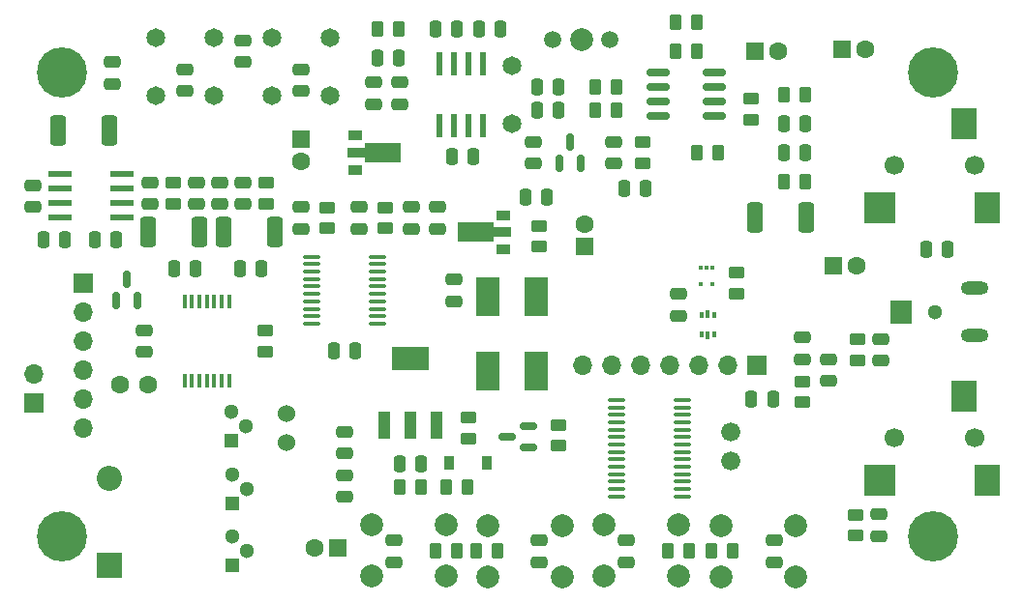
<source format=gbs>
G04 #@! TF.GenerationSoftware,KiCad,Pcbnew,(6.0.5)*
G04 #@! TF.CreationDate,2022-05-23T23:46:22+08:00*
G04 #@! TF.ProjectId,AT Sprint 3B.1,41542053-7072-4696-9e74-2033422e312e,rev?*
G04 #@! TF.SameCoordinates,Original*
G04 #@! TF.FileFunction,Soldermask,Bot*
G04 #@! TF.FilePolarity,Negative*
%FSLAX46Y46*%
G04 Gerber Fmt 4.6, Leading zero omitted, Abs format (unit mm)*
G04 Created by KiCad (PCBNEW (6.0.5)) date 2022-05-23 23:46:22*
%MOMM*%
%LPD*%
G01*
G04 APERTURE LIST*
G04 Aperture macros list*
%AMRoundRect*
0 Rectangle with rounded corners*
0 $1 Rounding radius*
0 $2 $3 $4 $5 $6 $7 $8 $9 X,Y pos of 4 corners*
0 Add a 4 corners polygon primitive as box body*
4,1,4,$2,$3,$4,$5,$6,$7,$8,$9,$2,$3,0*
0 Add four circle primitives for the rounded corners*
1,1,$1+$1,$2,$3*
1,1,$1+$1,$4,$5*
1,1,$1+$1,$6,$7*
1,1,$1+$1,$8,$9*
0 Add four rect primitives between the rounded corners*
20,1,$1+$1,$2,$3,$4,$5,0*
20,1,$1+$1,$4,$5,$6,$7,0*
20,1,$1+$1,$6,$7,$8,$9,0*
20,1,$1+$1,$8,$9,$2,$3,0*%
%AMFreePoly0*
4,1,9,3.862500,-0.866500,0.737500,-0.866500,0.737500,-0.450000,-0.737500,-0.450000,-0.737500,0.450000,0.737500,0.450000,0.737500,0.866500,3.862500,0.866500,3.862500,-0.866500,3.862500,-0.866500,$1*%
G04 Aperture macros list end*
%ADD10R,2.200000X2.200000*%
%ADD11O,2.200000X2.200000*%
%ADD12C,1.651000*%
%ADD13C,1.524000*%
%ADD14C,2.000000*%
%ADD15C,1.676400*%
%ADD16R,1.700000X1.700000*%
%ADD17O,1.700000X1.700000*%
%ADD18C,4.400000*%
%ADD19RoundRect,0.150000X0.150000X-0.587500X0.150000X0.587500X-0.150000X0.587500X-0.150000X-0.587500X0*%
%ADD20R,1.600000X1.600000*%
%ADD21C,1.600000*%
%ADD22RoundRect,0.250000X-0.475000X0.250000X-0.475000X-0.250000X0.475000X-0.250000X0.475000X0.250000X0*%
%ADD23RoundRect,0.250000X0.262500X0.450000X-0.262500X0.450000X-0.262500X-0.450000X0.262500X-0.450000X0*%
%ADD24RoundRect,0.250000X0.475000X-0.250000X0.475000X0.250000X-0.475000X0.250000X-0.475000X-0.250000X0*%
%ADD25RoundRect,0.250000X-0.450000X0.262500X-0.450000X-0.262500X0.450000X-0.262500X0.450000X0.262500X0*%
%ADD26RoundRect,0.250000X0.450000X-0.262500X0.450000X0.262500X-0.450000X0.262500X-0.450000X-0.262500X0*%
%ADD27R,1.300000X0.900000*%
%ADD28FreePoly0,0.000000*%
%ADD29RoundRect,0.250000X-0.250000X-0.475000X0.250000X-0.475000X0.250000X0.475000X-0.250000X0.475000X0*%
%ADD30RoundRect,0.250000X0.250000X0.475000X-0.250000X0.475000X-0.250000X-0.475000X0.250000X-0.475000X0*%
%ADD31R,2.000000X3.500000*%
%ADD32R,0.300000X0.450000*%
%ADD33RoundRect,0.250000X0.425000X1.075000X-0.425000X1.075000X-0.425000X-1.075000X0.425000X-1.075000X0*%
%ADD34RoundRect,0.250000X-0.262500X-0.450000X0.262500X-0.450000X0.262500X0.450000X-0.262500X0.450000X0*%
%ADD35RoundRect,0.150000X-0.825000X-0.150000X0.825000X-0.150000X0.825000X0.150000X-0.825000X0.150000X0*%
%ADD36R,1.300000X1.300000*%
%ADD37C,1.300000*%
%ADD38R,1.900000X2.000000*%
%ADD39O,2.400000X1.200000*%
%ADD40C,1.700000*%
%ADD41R,2.200000X2.800000*%
%ADD42R,2.800000X2.800000*%
%ADD43RoundRect,0.150000X0.587500X0.150000X-0.587500X0.150000X-0.587500X-0.150000X0.587500X-0.150000X0*%
%ADD44RoundRect,0.070000X0.475000X1.075000X-0.475000X1.075000X-0.475000X-1.075000X0.475000X-1.075000X0*%
%ADD45R,3.250000X2.150000*%
%ADD46C,1.500000*%
%ADD47R,0.400000X1.200000*%
%ADD48R,0.600000X2.000000*%
%ADD49R,0.900000X1.200000*%
%ADD50RoundRect,0.100000X0.637500X0.100000X-0.637500X0.100000X-0.637500X-0.100000X0.637500X-0.100000X0*%
%ADD51R,2.000000X0.600000*%
%ADD52R,0.375000X0.500000*%
%ADD53R,0.300000X0.650000*%
%ADD54FreePoly0,180.000000*%
G04 APERTURE END LIST*
D10*
X44196000Y-121920000D03*
D11*
X44196000Y-114300000D03*
D12*
X48260000Y-75692000D03*
X48260000Y-80772000D03*
D13*
X59690000Y-108585000D03*
X59690000Y-111125000D03*
D14*
X87480000Y-122864000D03*
X93980000Y-122864000D03*
X93980000Y-118364000D03*
X87480000Y-118364000D03*
X83820000Y-122936000D03*
X77320000Y-122936000D03*
X83820000Y-118436000D03*
X77320000Y-118436000D03*
X67160000Y-122864000D03*
X73660000Y-122864000D03*
X73660000Y-118364000D03*
X67160000Y-118364000D03*
D12*
X63500000Y-80772000D03*
X63500000Y-75692000D03*
D15*
X98552000Y-110236000D03*
X98552000Y-112776000D03*
D16*
X37592000Y-107696000D03*
D17*
X37592000Y-105156000D03*
D12*
X53340000Y-80772000D03*
X53340000Y-75692000D03*
X79375000Y-78105000D03*
X79375000Y-83185000D03*
D14*
X104215000Y-122900000D03*
X97715000Y-122900000D03*
X104215000Y-118400000D03*
X97715000Y-118400000D03*
D12*
X58420000Y-75692000D03*
X58420000Y-80772000D03*
D18*
X40005000Y-119380000D03*
X40005000Y-78740000D03*
X116205000Y-78740000D03*
X116205000Y-119380000D03*
D19*
X85405000Y-86662500D03*
X83505000Y-86662500D03*
X84455000Y-84787500D03*
D20*
X85725000Y-93980000D03*
D21*
X85725000Y-91980000D03*
D22*
X93980000Y-98110000D03*
X93980000Y-100010000D03*
D23*
X94892500Y-120650000D03*
X93067500Y-120650000D03*
D22*
X60960000Y-90490000D03*
X60960000Y-92390000D03*
D24*
X107061000Y-105725000D03*
X107061000Y-103825000D03*
D25*
X75565000Y-108942500D03*
X75565000Y-110767500D03*
D24*
X88265000Y-86675000D03*
X88265000Y-84775000D03*
D22*
X64770000Y-110175000D03*
X64770000Y-112075000D03*
D26*
X57912000Y-90193500D03*
X57912000Y-88368500D03*
D22*
X37465000Y-88585000D03*
X37465000Y-90485000D03*
X64770000Y-113985000D03*
X64770000Y-115885000D03*
D16*
X100843000Y-104394000D03*
D17*
X98303000Y-104394000D03*
X95763000Y-104394000D03*
X93223000Y-104394000D03*
X90683000Y-104394000D03*
X88143000Y-104394000D03*
X85603000Y-104394000D03*
D24*
X44450000Y-79690000D03*
X44450000Y-77790000D03*
D22*
X102362000Y-119700000D03*
X102362000Y-121600000D03*
D27*
X65660000Y-87225000D03*
D28*
X65747500Y-85725000D03*
D27*
X65660000Y-84225000D03*
D24*
X55880000Y-90231000D03*
X55880000Y-88331000D03*
D29*
X72710000Y-74930000D03*
X74610000Y-74930000D03*
D26*
X90805000Y-86637500D03*
X90805000Y-84812500D03*
D20*
X107502900Y-95631000D03*
D21*
X109502900Y-95631000D03*
D22*
X66040000Y-90490000D03*
X66040000Y-92390000D03*
X69088000Y-119700000D03*
X69088000Y-121600000D03*
X81280000Y-84775000D03*
X81280000Y-86675000D03*
D24*
X47752000Y-90231000D03*
X47752000Y-88331000D03*
D30*
X71435000Y-113030000D03*
X69535000Y-113030000D03*
D24*
X111633000Y-103947000D03*
X111633000Y-102047000D03*
D26*
X109474000Y-119276500D03*
X109474000Y-117451500D03*
X49784000Y-90193500D03*
X49784000Y-88368500D03*
D23*
X74572500Y-120650000D03*
X72747500Y-120650000D03*
X95527500Y-76835000D03*
X93702500Y-76835000D03*
D31*
X81475000Y-98350000D03*
X81475000Y-104850000D03*
X77275000Y-104850000D03*
X77275000Y-98350000D03*
D23*
X69492500Y-74930000D03*
X67667500Y-74930000D03*
D25*
X68326000Y-90527500D03*
X68326000Y-92352500D03*
D22*
X72898000Y-90490000D03*
X72898000Y-92390000D03*
D32*
X95893000Y-95820000D03*
X96393000Y-95820000D03*
X96893000Y-95820000D03*
X96893000Y-97220000D03*
X95893000Y-97220000D03*
D29*
X74107000Y-86106000D03*
X76007000Y-86106000D03*
D33*
X105120000Y-91440000D03*
X100620000Y-91440000D03*
D22*
X111506000Y-117414000D03*
X111506000Y-119314000D03*
D30*
X78420000Y-74930000D03*
X76520000Y-74930000D03*
D24*
X53848000Y-90231000D03*
X53848000Y-88331000D03*
D34*
X95607500Y-85725000D03*
X97432500Y-85725000D03*
D35*
X92140000Y-82550000D03*
X92140000Y-81280000D03*
X92140000Y-80010000D03*
X92140000Y-78740000D03*
X97090000Y-78740000D03*
X97090000Y-80010000D03*
X97090000Y-81280000D03*
X97090000Y-82550000D03*
D23*
X88542500Y-82042000D03*
X86717500Y-82042000D03*
D25*
X57785000Y-101322500D03*
X57785000Y-103147500D03*
D34*
X103227500Y-80645000D03*
X105052500Y-80645000D03*
D25*
X100330000Y-81002500D03*
X100330000Y-82827500D03*
D23*
X75461500Y-115062000D03*
X73636500Y-115062000D03*
D36*
X54885000Y-121920000D03*
D37*
X56155000Y-120650000D03*
X54885000Y-119380000D03*
D33*
X58638000Y-92710000D03*
X54138000Y-92710000D03*
D34*
X86717500Y-80010000D03*
X88542500Y-80010000D03*
D29*
X115636000Y-94234000D03*
X117536000Y-94234000D03*
D37*
X116388000Y-99677000D03*
D38*
X113438000Y-99677000D03*
D39*
X119888000Y-101727000D03*
X119888000Y-97627000D03*
D22*
X81788000Y-119700000D03*
X81788000Y-121600000D03*
D25*
X109601000Y-102084500D03*
X109601000Y-103909500D03*
D40*
X119848000Y-110744000D03*
X112848000Y-110744000D03*
D41*
X118948000Y-107044000D03*
X120948000Y-114444000D03*
D42*
X111548000Y-114444000D03*
D29*
X80584000Y-89662000D03*
X82484000Y-89662000D03*
D24*
X50800000Y-80325000D03*
X50800000Y-78425000D03*
D21*
X47585000Y-106045000D03*
X45085000Y-106045000D03*
D33*
X44160000Y-83820000D03*
X39660000Y-83820000D03*
D30*
X65720000Y-103124000D03*
X63820000Y-103124000D03*
D19*
X46670000Y-98727500D03*
X44770000Y-98727500D03*
X45720000Y-96852500D03*
D26*
X99060000Y-98067500D03*
X99060000Y-96242500D03*
D43*
X80820500Y-109667000D03*
X80820500Y-111567000D03*
X78945500Y-110617000D03*
D22*
X89408000Y-119700000D03*
X89408000Y-121600000D03*
X70612000Y-90490000D03*
X70612000Y-92390000D03*
D29*
X81600000Y-80010000D03*
X83500000Y-80010000D03*
X100345200Y-107289600D03*
X102245200Y-107289600D03*
D44*
X72785000Y-109580000D03*
D45*
X70485000Y-103780000D03*
D44*
X70485000Y-109580000D03*
X68185000Y-109580000D03*
D16*
X41910000Y-97155000D03*
D17*
X41910000Y-99695000D03*
X41910000Y-102235000D03*
X41910000Y-104775000D03*
X41910000Y-107315000D03*
X41910000Y-109855000D03*
D20*
X108264900Y-76708000D03*
D21*
X110264900Y-76708000D03*
D34*
X69572500Y-115062000D03*
X71397500Y-115062000D03*
D14*
X85471000Y-75819000D03*
D46*
X87971000Y-75819000D03*
X82971000Y-75819000D03*
D33*
X52034000Y-92710000D03*
X47534000Y-92710000D03*
D26*
X83439000Y-111402500D03*
X83439000Y-109577500D03*
D24*
X74295000Y-98740000D03*
X74295000Y-96840000D03*
D30*
X105090000Y-85725000D03*
X103190000Y-85725000D03*
D22*
X67310000Y-79568000D03*
X67310000Y-81468000D03*
D20*
X64135000Y-120396000D03*
D21*
X62135000Y-120396000D03*
D24*
X60960000Y-80325000D03*
X60960000Y-78425000D03*
D47*
X50755000Y-98785000D03*
X51405000Y-98785000D03*
X52055000Y-98785000D03*
X52705000Y-98785000D03*
X53355000Y-98785000D03*
X54005000Y-98785000D03*
X54655000Y-98785000D03*
X54655000Y-105685000D03*
X54005000Y-105685000D03*
X53355000Y-105685000D03*
X52705000Y-105685000D03*
X52055000Y-105685000D03*
X51405000Y-105685000D03*
X50755000Y-105685000D03*
D22*
X104775000Y-101920000D03*
X104775000Y-103820000D03*
D40*
X119848000Y-86868000D03*
X112848000Y-86868000D03*
D41*
X118948000Y-83168000D03*
X120948000Y-90568000D03*
D42*
X111548000Y-90568000D03*
D30*
X44765000Y-93345000D03*
X42865000Y-93345000D03*
D48*
X73025000Y-77920000D03*
X74295000Y-77920000D03*
X75565000Y-77920000D03*
X76835000Y-77920000D03*
X76835000Y-83370000D03*
X75565000Y-83370000D03*
X74295000Y-83370000D03*
X73025000Y-83370000D03*
D49*
X73915000Y-112903000D03*
X77215000Y-112903000D03*
D50*
X67632500Y-94865000D03*
X67632500Y-95515000D03*
X67632500Y-96165000D03*
X67632500Y-96815000D03*
X67632500Y-97465000D03*
X67632500Y-98115000D03*
X67632500Y-98765000D03*
X67632500Y-99415000D03*
X67632500Y-100065000D03*
X67632500Y-100715000D03*
X61907500Y-100715000D03*
X61907500Y-100065000D03*
X61907500Y-99415000D03*
X61907500Y-98765000D03*
X61907500Y-98115000D03*
X61907500Y-97465000D03*
X61907500Y-96815000D03*
X61907500Y-96165000D03*
X61907500Y-95515000D03*
X61907500Y-94865000D03*
D30*
X51750000Y-95885000D03*
X49850000Y-95885000D03*
D26*
X104775000Y-107592500D03*
X104775000Y-105767500D03*
D22*
X55880000Y-75885000D03*
X55880000Y-77785000D03*
D30*
X57465000Y-95885000D03*
X55565000Y-95885000D03*
D34*
X76303500Y-120650000D03*
X78128500Y-120650000D03*
X96877500Y-120650000D03*
X98702500Y-120650000D03*
D30*
X105090000Y-83185000D03*
X103190000Y-83185000D03*
D51*
X39820000Y-91440000D03*
X39820000Y-90170000D03*
X39820000Y-88900000D03*
X39820000Y-87630000D03*
X45270000Y-87630000D03*
X45270000Y-88900000D03*
X45270000Y-90170000D03*
X45270000Y-91440000D03*
D36*
X54864000Y-110998000D03*
D37*
X56134000Y-109728000D03*
X54864000Y-108458000D03*
D34*
X93702500Y-74295000D03*
X95527500Y-74295000D03*
D30*
X69530000Y-77470000D03*
X67630000Y-77470000D03*
D20*
X60960000Y-84515888D03*
D21*
X60960000Y-86515888D03*
D29*
X89220000Y-88900000D03*
X91120000Y-88900000D03*
D22*
X69596000Y-79568000D03*
X69596000Y-81468000D03*
D36*
X54885000Y-116459000D03*
D37*
X56155000Y-115189000D03*
X54885000Y-113919000D03*
D20*
X100644900Y-76835000D03*
D21*
X102644900Y-76835000D03*
D22*
X47244000Y-101285000D03*
X47244000Y-103185000D03*
D29*
X81600000Y-82042000D03*
X83500000Y-82042000D03*
X38420000Y-93345000D03*
X40320000Y-93345000D03*
D34*
X103227500Y-88265000D03*
X105052500Y-88265000D03*
D52*
X95982500Y-99988000D03*
D53*
X96520000Y-99913000D03*
D52*
X97057500Y-99988000D03*
X97057500Y-101688000D03*
D53*
X96520000Y-101763000D03*
D52*
X95982500Y-101688000D03*
D25*
X63246000Y-90527500D03*
X63246000Y-92352500D03*
D27*
X78612000Y-91210000D03*
D54*
X78524500Y-92710000D03*
D27*
X78612000Y-94210000D03*
D24*
X51816000Y-90231000D03*
X51816000Y-88331000D03*
D25*
X81788000Y-92155000D03*
X81788000Y-93980000D03*
D50*
X94302500Y-107408000D03*
X94302500Y-108058000D03*
X94302500Y-108708000D03*
X94302500Y-109358000D03*
X94302500Y-110008000D03*
X94302500Y-110658000D03*
X94302500Y-111308000D03*
X94302500Y-111958000D03*
X94302500Y-112608000D03*
X94302500Y-113258000D03*
X94302500Y-113908000D03*
X94302500Y-114558000D03*
X94302500Y-115208000D03*
X94302500Y-115858000D03*
X88577500Y-115858000D03*
X88577500Y-115208000D03*
X88577500Y-114558000D03*
X88577500Y-113908000D03*
X88577500Y-113258000D03*
X88577500Y-112608000D03*
X88577500Y-111958000D03*
X88577500Y-111308000D03*
X88577500Y-110658000D03*
X88577500Y-110008000D03*
X88577500Y-109358000D03*
X88577500Y-108708000D03*
X88577500Y-108058000D03*
X88577500Y-107408000D03*
M02*

</source>
